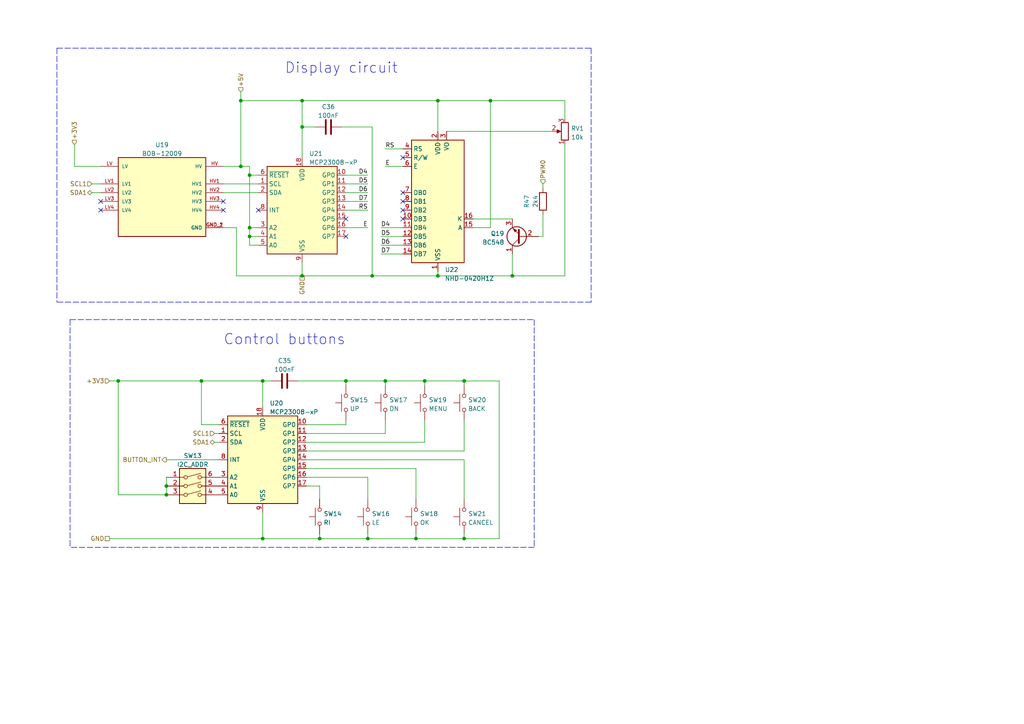
<source format=kicad_sch>
(kicad_sch (version 20211123) (generator eeschema)
  (paper "A4")
  (title_block (title "The Ulysses Board") (date "2022-09-15") (rev "1.3") (company "Dirk Gottschalk") (comment 1 "Control panel") (comment 2 "Schematics") (comment 3 "Draft") (comment 4 "EN") (comment 5 "Tech- dev.") (comment 6 "n/a") (comment 7 "Dirk Gottschalk"))
  (lib_symbols
    (symbol "BOB-12009:BOB-12009" (pin_names (offset 1.016))
      (property "Reference" "U" (at -12.7 11.43 0))
      (property "Value" "BOB-12009" (at -12.7 -15.24 0))
      (symbol "BOB-12009_0_0"
        (rectangle (start -12.7 -12.7) (end 12.7 10.16) (stroke (width 0.254)) (fill (type background)))
        (pin power_in line (at 17.78 -10.16 180) (length 5.08) (name "GND") (number "GND_1"))
        (pin power_in line (at 17.78 -10.16 180) (length 5.08) (name "GND") (number "GND_2"))
        (pin bidirectional line (at 17.78 7.62 180) (length 5.08) (name "HV") (number "HV"))
        (pin bidirectional line (at 17.78 2.54 180) (length 5.08) (name "HV1") (number "HV1"))
        (pin bidirectional line (at 17.78 0 180) (length 5.08) (name "HV2") (number "HV2"))
        (pin bidirectional line (at 17.78 -2.54 180) (length 5.08) (name "HV3") (number "HV3"))
        (pin bidirectional line (at 17.78 -5.08 180) (length 5.08) (name "HV4") (number "HV4"))
        (pin bidirectional line (at -17.78 7.62 0) (length 5.08) (name "LV") (number "LV"))
        (pin bidirectional line (at -17.78 2.54 0) (length 5.08) (name "LV1") (number "LV1"))
        (pin bidirectional line (at -17.78 0 0) (length 5.08) (name "LV2") (number "LV2"))
        (pin bidirectional line (at -17.78 -2.54 0) (length 5.08) (name "LV3") (number "LV3"))
        (pin bidirectional line (at -17.78 -5.08 0) (length 5.08) (name "LV4") (number "LV4"))
      )
    )
    (symbol "Device:C" (pin_numbers hide) (pin_names (offset 0.254))
      (property "Reference" "C" (at 0.635 2.54 0))
      (property "Value" "C" (at 0.635 -2.54 0))
      (symbol "C_0_1"
        (polyline (pts (xy -2.032 -0.762) (xy 2.032 -0.762)) (stroke (width 0.508)))
        (polyline (pts (xy -2.032 0.762) (xy 2.032 0.762)) (stroke (width 0.508)))
      )
      (symbol "C_1_1"
        (pin passive line (at 0 3.81 270) (length 2.794) (name "~") (number "1"))
        (pin passive line (at 0 -3.81 90) (length 2.794) (name "~") (number "2"))
      )
    )
    (symbol "Device:R" (pin_numbers hide) (pin_names (offset 0))
      (property "Reference" "R" (at 2.032 0 90))
      (property "Value" "R" (at 0 0 90))
      (symbol "R_0_1"
        (rectangle (start -1.016 -2.54) (end 1.016 2.54) (stroke (width 0.254)))
      )
      (symbol "R_1_1"
        (pin passive line (at 0 3.81 270) (length 1.27) (name "~") (number "1"))
        (pin passive line (at 0 -3.81 90) (length 1.27) (name "~") (number "2"))
      )
    )
    (symbol "Device:R_Potentiometer" (pin_names (offset 1.016) hide)
      (property "Reference" "RV" (at -4.445 0 90))
      (property "Value" "R_Potentiometer" (at -2.54 0 90))
      (symbol "R_Potentiometer_0_1"
        (polyline (pts (xy 2.54 0) (xy 1.524 0)))
        (polyline (pts (xy 1.143 0) (xy 2.286 0.508) (xy 2.286 -0.508) (xy 1.143 0)) (fill (type outline)))
        (rectangle (start 1.016 2.54) (end -1.016 -2.54) (stroke (width 0.254)))
      )
      (symbol "R_Potentiometer_1_1"
        (pin passive line (at 0 3.81 270) (length 1.27) (name "1") (number "1"))
        (pin passive line (at 3.81 0 180) (length 1.27) (name "2") (number "2"))
        (pin passive line (at 0 -3.81 90) (length 1.27) (name "3") (number "3"))
      )
    )
    (symbol "Display_Character:NHD-0420H1Z"
      (property "Reference" "U" (at -6.35 19.05 0))
      (property "Value" "NHD-0420H1Z" (at 5.08 19.05 0))
      (symbol "NHD-0420H1Z_0_1"
        (rectangle (start -7.62 17.78) (end 7.62 -17.78) (stroke (width 0.254)) (fill (type background)))
      )
      (symbol "NHD-0420H1Z_1_1"
        (pin power_in line (at 0 -20.32 90) (length 2.54) (name "VSS") (number "1"))
        (pin bidirectional line (at -10.16 -5.08 0) (length 2.54) (name "DB3") (number "10"))
        (pin bidirectional line (at -10.16 -7.62 0) (length 2.54) (name "DB4") (number "11"))
        (pin bidirectional line (at -10.16 -10.16 0) (length 2.54) (name "DB5") (number "12"))
        (pin bidirectional line (at -10.16 -12.7 0) (length 2.54) (name "DB6") (number "13"))
        (pin bidirectional line (at -10.16 -15.24 0) (length 2.54) (name "DB7") (number "14"))
        (pin passive line (at 10.16 -7.62 180) (length 2.54) (name "A") (number "15"))
        (pin passive line (at 10.16 -5.08 180) (length 2.54) (name "K") (number "16"))
        (pin power_in line (at 0 20.32 270) (length 2.54) (name "VDD") (number "2"))
        (pin power_in line (at 2.54 20.32 270) (length 2.54) (name "VO") (number "3"))
        (pin input line (at -10.16 15.24 0) (length 2.54) (name "RS") (number "4"))
        (pin input line (at -10.16 12.7 0) (length 2.54) (name "R/W") (number "5"))
        (pin input line (at -10.16 10.16 0) (length 2.54) (name "E") (number "6"))
        (pin bidirectional line (at -10.16 2.54 0) (length 2.54) (name "DB0") (number "7"))
        (pin bidirectional line (at -10.16 0 0) (length 2.54) (name "DB1") (number "8"))
        (pin bidirectional line (at -10.16 -2.54 0) (length 2.54) (name "DB2") (number "9"))
      )
    )
    (symbol "Interface_Expansion:MCP23008-xP"
      (property "Reference" "U" (at -8.89 13.97 0))
      (property "Value" "MCP23008-xP" (at 8.89 13.97 0))
      (symbol "MCP23008-xP_0_1"
        (rectangle (start -10.16 12.7) (end 10.16 -12.7) (stroke (width 0.254)) (fill (type background)))
      )
      (symbol "MCP23008-xP_1_1"
        (pin input line (at -12.7 7.62 0) (length 2.54) (name "SCL") (number "1"))
        (pin bidirectional line (at 12.7 10.16 180) (length 2.54) (name "GP0") (number "10"))
        (pin bidirectional line (at 12.7 7.62 180) (length 2.54) (name "GP1") (number "11"))
        (pin bidirectional line (at 12.7 5.08 180) (length 2.54) (name "GP2") (number "12"))
        (pin bidirectional line (at 12.7 2.54 180) (length 2.54) (name "GP3") (number "13"))
        (pin bidirectional line (at 12.7 0 180) (length 2.54) (name "GP4") (number "14"))
        (pin bidirectional line (at 12.7 -2.54 180) (length 2.54) (name "GP5") (number "15"))
        (pin bidirectional line (at 12.7 -5.08 180) (length 2.54) (name "GP6") (number "16"))
        (pin bidirectional line (at 12.7 -7.62 180) (length 2.54) (name "GP7") (number "17"))
        (pin power_in line (at 0 15.24 270) (length 2.54) (name "VDD") (number "18"))
        (pin bidirectional line (at -12.7 5.08 0) (length 2.54) (name "SDA") (number "2"))
        (pin input line (at -12.7 -5.08 0) (length 2.54) (name "A2") (number "3"))
        (pin input line (at -12.7 -7.62 0) (length 2.54) (name "A1") (number "4"))
        (pin input line (at -12.7 -10.16 0) (length 2.54) (name "A0") (number "5"))
        (pin input line (at -12.7 10.16 0) (length 2.54) (name "~{RESET}") (number "6"))
        (pin no_connect line (at -10.16 -2.54 0) (length 2.54) hide (name "NC") (number "7"))
        (pin output line (at -12.7 0 0) (length 2.54) (name "INT") (number "8"))
        (pin power_in line (at 0 -15.24 90) (length 2.54) (name "VSS") (number "9"))
      )
    )
    (symbol "Switch:SW_DIP_x03" (pin_names (offset 0) hide)
      (property "Reference" "SW" (at 0 8.89 0))
      (property "Value" "SW_DIP_x03" (at 0 -3.81 0))
      (symbol "SW_DIP_x03_0_0"
        (circle (center -2.032 0) (radius 0.508))
        (circle (center -2.032 2.54) (radius 0.508))
        (circle (center -2.032 5.08) (radius 0.508))
        (polyline (pts (xy -1.524 0.127) (xy 2.3622 1.1684)))
        (polyline (pts (xy -1.524 2.667) (xy 2.3622 3.7084)))
        (polyline (pts (xy -1.524 5.207) (xy 2.3622 6.2484)))
        (circle (center 2.032 0) (radius 0.508))
        (circle (center 2.032 2.54) (radius 0.508))
        (circle (center 2.032 5.08) (radius 0.508))
      )
      (symbol "SW_DIP_x03_0_1"
        (rectangle (start -3.81 7.62) (end 3.81 -2.54) (stroke (width 0.254)) (fill (type background)))
      )
      (symbol "SW_DIP_x03_1_1"
        (pin passive line (at -7.62 5.08 0) (length 5.08) (name "~") (number "1"))
        (pin passive line (at -7.62 2.54 0) (length 5.08) (name "~") (number "2"))
        (pin passive line (at -7.62 0 0) (length 5.08) (name "~") (number "3"))
        (pin passive line (at 7.62 0 180) (length 5.08) (name "~") (number "4"))
        (pin passive line (at 7.62 2.54 180) (length 5.08) (name "~") (number "5"))
        (pin passive line (at 7.62 5.08 180) (length 5.08) (name "~") (number "6"))
      )
    )
    (symbol "Switch:SW_Push" (pin_numbers hide) (pin_names (offset 1.016) hide)
      (property "Reference" "SW" (at 1.27 2.54 0))
      (property "Value" "SW_Push" (at 0 -1.524 0))
      (symbol "SW_Push_0_1"
        (circle (center -2.032 0) (radius 0.508))
        (polyline (pts (xy 0 1.27) (xy 0 3.048)))
        (polyline (pts (xy 2.54 1.27) (xy -2.54 1.27)))
        (circle (center 2.032 0) (radius 0.508))
        (pin passive line (at -5.08 0 0) (length 2.54) (name "1") (number "1"))
        (pin passive line (at 5.08 0 180) (length 2.54) (name "2") (number "2"))
      )
    )
    (symbol "Transistor_BJT:BC548" (pin_names (offset 0) hide)
      (property "Reference" "Q" (at 5.08 1.905 0))
      (property "Value" "BC548" (at 5.08 0 0))
      (symbol "BC548_0_1"
        (polyline (pts (xy 0 0) (xy 0.635 0)))
        (polyline (pts (xy 0.635 0.635) (xy 2.54 2.54)))
        (polyline (pts (xy 0.635 -0.635) (xy 2.54 -2.54) (xy 2.54 -2.54)))
        (polyline (pts (xy 0.635 1.905) (xy 0.635 -1.905) (xy 0.635 -1.905)) (stroke (width 0.508)))
        (polyline (pts (xy 1.27 -1.778) (xy 1.778 -1.27) (xy 2.286 -2.286) (xy 1.27 -1.778) (xy 1.27 -1.778)) (fill (type outline)))
        (circle (center 1.27 0) (radius 2.8194) (stroke (width 0.254)))
      )
      (symbol "BC548_1_1"
        (pin passive line (at 2.54 5.08 270) (length 2.54) (name "C") (number "1"))
        (pin input line (at -5.08 0 0) (length 5.08) (name "B") (number "2"))
        (pin passive line (at 2.54 -5.08 90) (length 2.54) (name "E") (number "3"))
      )
    )
  )
  (junction (at 111.76 110.49))
  (junction (at 142.24 29.21))
  (junction (at 87.63 80.01))
  (junction (at 87.63 29.21))
  (junction (at 120.65 156.21))
  (junction (at 72.39 68.58))
  (junction (at 58.42 110.49))
  (junction (at 76.2 156.21))
  (junction (at 72.39 50.8))
  (junction (at 92.71 156.21))
  (junction (at 107.95 80.01))
  (junction (at 106.68 156.21))
  (junction (at 76.2 110.49))
  (junction (at 48.26 143.51))
  (junction (at 48.26 140.97))
  (junction (at 87.63 36.83))
  (junction (at 69.85 29.21))
  (junction (at 100.33 110.49))
  (junction (at 148.59 80.01))
  (junction (at 69.85 48.26))
  (junction (at 134.62 156.21))
  (junction (at 72.39 66.04))
  (junction (at 34.29 110.49))
  (junction (at 127 29.21))
  (junction (at 123.19 110.49))
  (junction (at 134.62 110.49))
  (junction (at 127 80.01))
  (no_connect (at 74.93 60.96))
  (no_connect (at 100.33 63.5))
  (no_connect (at 100.33 68.58))
  (no_connect (at 116.84 55.88))
  (no_connect (at 116.84 60.96))
  (no_connect (at 116.84 58.42))
  (no_connect (at 116.84 45.72))
  (no_connect (at 116.84 63.5))
  (no_connect (at 64.77 60.96))
  (no_connect (at 64.77 58.42))
  (no_connect (at 29.21 58.42))
  (no_connect (at 29.21 60.96))
  (wire (pts (xy 144.78 110.49) (xy 144.78 156.21)))
  (wire (pts (xy 88.9 123.19) (xy 100.33 123.19)))
  (wire (pts (xy 129.54 38.1) (xy 160.02 38.1)))
  (wire (pts (xy 100.33 66.04) (xy 106.68 66.04)))
  (wire (pts (xy 72.39 71.12) (xy 74.93 71.12)))
  (wire (pts (xy 34.29 110.49) (xy 58.42 110.49)))
  (wire (pts (xy 87.63 80.01) (xy 107.95 80.01)))
  (wire (pts (xy 107.95 80.01) (xy 127 80.01)))
  (wire (pts (xy 106.68 138.43) (xy 106.68 144.78)))
  (wire (pts (xy 76.2 110.49) (xy 76.2 118.11)))
  (wire (pts (xy 87.63 80.01) (xy 87.63 76.2)))
  (wire (pts (xy 64.77 53.34) (xy 74.93 53.34)))
  (wire (pts (xy 92.71 154.94) (xy 92.71 156.21)))
  (wire (pts (xy 69.85 26.67) (xy 69.85 29.21)))
  (wire (pts (xy 87.63 29.21) (xy 87.63 36.83)))
  (wire (pts (xy 127 78.74) (xy 127 80.01)))
  (wire (pts (xy 100.33 55.88) (xy 106.68 55.88)))
  (wire (pts (xy 74.93 50.8) (xy 72.39 50.8)))
  (polyline (pts (xy 171.45 13.97) (xy 171.45 87.63)))
  (wire (pts (xy 88.9 130.81) (xy 134.62 130.81)))
  (wire (pts (xy 68.58 80.01) (xy 87.63 80.01)))
  (wire (pts (xy 111.76 110.49) (xy 123.19 110.49)))
  (wire (pts (xy 100.33 110.49) (xy 111.76 110.49)))
  (wire (pts (xy 64.77 55.88) (xy 74.93 55.88)))
  (wire (pts (xy 21.59 48.26) (xy 29.21 48.26)))
  (wire (pts (xy 86.36 110.49) (xy 100.33 110.49)))
  (wire (pts (xy 134.62 156.21) (xy 144.78 156.21)))
  (wire (pts (xy 134.62 110.49) (xy 134.62 111.76)))
  (wire (pts (xy 156.21 68.58) (xy 157.48 68.58)))
  (wire (pts (xy 48.26 133.35) (xy 63.5 133.35)))
  (wire (pts (xy 34.29 143.51) (xy 34.29 110.49)))
  (wire (pts (xy 127 80.01) (xy 148.59 80.01)))
  (polyline (pts (xy 20.32 92.71) (xy 20.32 158.75)))
  (wire (pts (xy 88.9 135.89) (xy 120.65 135.89)))
  (wire (pts (xy 127 38.1) (xy 127 29.21)))
  (wire (pts (xy 127 29.21) (xy 87.63 29.21)))
  (wire (pts (xy 76.2 110.49) (xy 58.42 110.49)))
  (wire (pts (xy 76.2 110.49) (xy 78.74 110.49)))
  (wire (pts (xy 148.59 80.01) (xy 163.83 80.01)))
  (wire (pts (xy 58.42 123.19) (xy 63.5 123.19)))
  (wire (pts (xy 137.16 66.04) (xy 142.24 66.04)))
  (wire (pts (xy 48.26 140.97) (xy 48.26 143.51)))
  (wire (pts (xy 48.26 143.51) (xy 34.29 143.51)))
  (polyline (pts (xy 16.51 13.97) (xy 16.51 87.63)))
  (polyline (pts (xy 16.51 13.97) (xy 171.45 13.97)))
  (polyline (pts (xy 20.32 92.71) (xy 154.94 92.71)))
  (wire (pts (xy 134.62 133.35) (xy 134.62 144.78)))
  (wire (pts (xy 106.68 154.94) (xy 106.68 156.21)))
  (wire (pts (xy 88.9 133.35) (xy 134.62 133.35)))
  (wire (pts (xy 100.33 60.96) (xy 106.68 60.96)))
  (wire (pts (xy 69.85 48.26) (xy 72.39 48.26)))
  (wire (pts (xy 68.58 80.01) (xy 68.58 66.04)))
  (wire (pts (xy 163.83 29.21) (xy 163.83 34.29)))
  (wire (pts (xy 76.2 148.59) (xy 76.2 156.21)))
  (wire (pts (xy 100.33 50.8) (xy 106.68 50.8)))
  (wire (pts (xy 100.33 110.49) (xy 100.33 111.76)))
  (wire (pts (xy 110.49 66.04) (xy 116.84 66.04)))
  (wire (pts (xy 120.65 156.21) (xy 134.62 156.21)))
  (wire (pts (xy 134.62 154.94) (xy 134.62 156.21)))
  (wire (pts (xy 64.77 48.26) (xy 69.85 48.26)))
  (wire (pts (xy 110.49 71.12) (xy 116.84 71.12)))
  (polyline (pts (xy 154.94 92.71) (xy 154.94 158.75)))
  (wire (pts (xy 69.85 29.21) (xy 69.85 48.26)))
  (wire (pts (xy 100.33 58.42) (xy 106.68 58.42)))
  (wire (pts (xy 110.49 73.66) (xy 116.84 73.66)))
  (wire (pts (xy 72.39 50.8) (xy 72.39 66.04)))
  (wire (pts (xy 74.93 66.04) (xy 72.39 66.04)))
  (wire (pts (xy 99.06 36.83) (xy 107.95 36.83)))
  (wire (pts (xy 127 29.21) (xy 142.24 29.21)))
  (wire (pts (xy 31.75 110.49) (xy 34.29 110.49)))
  (wire (pts (xy 87.63 36.83) (xy 87.63 45.72)))
  (wire (pts (xy 163.83 41.91) (xy 163.83 80.01)))
  (wire (pts (xy 120.65 154.94) (xy 120.65 156.21)))
  (wire (pts (xy 157.48 68.58) (xy 157.48 62.23)))
  (wire (pts (xy 72.39 68.58) (xy 74.93 68.58)))
  (wire (pts (xy 88.9 140.97) (xy 92.71 140.97)))
  (wire (pts (xy 148.59 73.66) (xy 148.59 80.01)))
  (wire (pts (xy 26.67 55.88) (xy 29.21 55.88)))
  (wire (pts (xy 123.19 110.49) (xy 123.19 111.76)))
  (wire (pts (xy 92.71 144.78) (xy 92.71 140.97)))
  (wire (pts (xy 137.16 63.5) (xy 148.59 63.5)))
  (wire (pts (xy 88.9 125.73) (xy 111.76 125.73)))
  (wire (pts (xy 120.65 135.89) (xy 120.65 144.78)))
  (wire (pts (xy 87.63 36.83) (xy 91.44 36.83)))
  (wire (pts (xy 88.9 128.27) (xy 123.19 128.27)))
  (wire (pts (xy 64.77 66.04) (xy 68.58 66.04)))
  (wire (pts (xy 142.24 29.21) (xy 163.83 29.21)))
  (wire (pts (xy 69.85 29.21) (xy 87.63 29.21)))
  (wire (pts (xy 58.42 110.49) (xy 58.42 123.19)))
  (wire (pts (xy 92.71 156.21) (xy 106.68 156.21)))
  (wire (pts (xy 31.75 156.21) (xy 76.2 156.21)))
  (wire (pts (xy 134.62 121.92) (xy 134.62 130.81)))
  (wire (pts (xy 100.33 53.34) (xy 106.68 53.34)))
  (wire (pts (xy 142.24 66.04) (xy 142.24 29.21)))
  (wire (pts (xy 21.59 41.91) (xy 21.59 48.26)))
  (wire (pts (xy 123.19 121.92) (xy 123.19 128.27)))
  (polyline (pts (xy 154.94 158.75) (xy 20.32 158.75)))
  (wire (pts (xy 111.76 48.26) (xy 116.84 48.26)))
  (polyline (pts (xy 171.45 87.63) (xy 16.51 87.63)))
  (wire (pts (xy 106.68 156.21) (xy 120.65 156.21)))
  (wire (pts (xy 76.2 156.21) (xy 92.71 156.21)))
  (wire (pts (xy 72.39 66.04) (xy 72.39 68.58)))
  (wire (pts (xy 100.33 121.92) (xy 100.33 123.19)))
  (wire (pts (xy 111.76 125.73) (xy 111.76 121.92)))
  (wire (pts (xy 110.49 68.58) (xy 116.84 68.58)))
  (wire (pts (xy 48.26 138.43) (xy 48.26 140.97)))
  (wire (pts (xy 62.23 125.73) (xy 63.5 125.73)))
  (wire (pts (xy 72.39 48.26) (xy 72.39 50.8)))
  (wire (pts (xy 88.9 138.43) (xy 106.68 138.43)))
  (wire (pts (xy 72.39 68.58) (xy 72.39 71.12)))
  (wire (pts (xy 26.67 53.34) (xy 29.21 53.34)))
  (wire (pts (xy 111.76 43.18) (xy 116.84 43.18)))
  (wire (pts (xy 62.23 128.27) (xy 63.5 128.27)))
  (wire (pts (xy 157.48 53.34) (xy 157.48 54.61)))
  (wire (pts (xy 123.19 110.49) (xy 134.62 110.49)))
  (wire (pts (xy 111.76 110.49) (xy 111.76 111.76)))
  (wire (pts (xy 107.95 36.83) (xy 107.95 80.01)))
  (wire (pts (xy 134.62 110.49) (xy 144.78 110.49)))
  (text "Display circuit" (at 82.55 21.59 0) (effects (font (size 3 3)) (justify left bottom)))
  (text "Control buttons" (at 64.77 100.33 0) (effects (font (size 3 3)) (justify left bottom)))
  (label "D5" (at 106.68 53.34 180))
  (label "RS" (at 111.76 43.18 0))
  (label "D6" (at 110.49 71.12 0))
  (label "D7" (at 110.49 73.66 0))
  (label "D6" (at 106.68 55.88 180))
  (label "E" (at 106.68 66.04 180))
  (label "D4" (at 106.68 50.8 180))
  (label "E" (at 111.76 48.26 0))
  (label "D7" (at 106.68 58.42 180))
  (label "RS" (at 106.68 60.96 180))
  (label "D5" (at 110.49 68.58 0))
  (label "D4" (at 110.49 66.04 0))
  (hierarchical_label "GND" (shape passive) (at 87.63 80.01 270))
  (hierarchical_label "GND" (shape passive) (at 31.75 156.21 180))
  (hierarchical_label "BUTTON_INT" (shape output) (at 48.26 133.35 180))
  (hierarchical_label "+3V3" (shape input) (at 31.75 110.49 180))
  (hierarchical_label "SCL1" (shape input) (at 26.67 53.34 180))
  (hierarchical_label "SDA1" (shape bidirectional) (at 62.23 128.27 180))
  (hierarchical_label "SDA1" (shape bidirectional) (at 26.67 55.88 180))
  (hierarchical_label "SCL1" (shape input) (at 62.23 125.73 180))
  (hierarchical_label "PWM0" (shape input) (at 157.48 53.34 90))
  (hierarchical_label "+3V3" (shape input) (at 21.59 41.91 90))
  (hierarchical_label "+5V" (shape input) (at 69.85 26.67 90))
  (symbol (lib_id "Switch:SW_Push") (at 111.76 116.84 90) (unit 1)
    (property "Reference" "SW17" (at 112.903 116.0053 90) (effects (justify right)))
    (property "Value" "DN" (at 112.903 118.5422 90) (effects (justify right)))
    (property "Footprint" "Button_Switch_THT:SW_PUSH_6mm" (effects hide))
  )
  (symbol (lib_id "Switch:SW_DIP_x03") (at 55.88 143.51 0) (unit 1)
    (property "Reference" "SW13" (at 55.88 132.1902 0))
    (property "Value" "I2C_ADDR" (at 55.88 134.7271 0))
    (property "Footprint" "Button_Switch_THT:SW_DIP_SPSTx03_Slide_9.78x9.8mm_W7.62mm_P2.54mm" (effects hide))
  )
  (symbol (lib_id "Switch:SW_Push") (at 100.33 116.84 90) (unit 1)
    (property "Reference" "SW15" (at 101.473 116.0053 90) (effects (justify right)))
    (property "Value" "UP" (at 101.473 118.5422 90) (effects (justify right)))
    (property "Footprint" "Button_Switch_THT:SW_PUSH_6mm" (effects hide))
  )
  (symbol (lib_id "Display_Character:NHD-0420H1Z") (at 127 58.42 0) (unit 1)
    (property "Reference" "U22" (at 129.0194 78.2304 0) (effects (justify left)))
    (property "Value" "NHD-0420H1Z" (at 129.0194 80.7673 0) (effects (justify left)))
    (property "Footprint" "Display:NHD-0420H1Z" (effects hide))
    (property "Datasheet" "http://www.newhavendisplay.com/specs/NHD-0420H1Z-FSW-GBW-33V3.pdf" (effects hide))
  )
  (symbol (lib_id "Device:R_Potentiometer") (at 163.83 38.1 180) (unit 1)
    (property "Reference" "RV1" (at 165.608 37.2653 0) (effects (justify right)))
    (property "Value" "10k" (at 165.608 39.8022 0) (effects (justify right)))
    (property "Footprint" "Potentiometer_THT:Potentiometer_Vishay_T7-YA_Single_Vertical" (effects hide))
  )
  (symbol (lib_id "Device:R") (at 157.48 58.42 0) (mirror y) (unit 1)
    (property "Reference" "R47" (at 152.7642 58.42 90))
    (property "Value" "2k4" (at 155.3011 58.42 90))
    (property "Footprint" "Resistor_THT:R_Axial_DIN0516_L15.5mm_D5.0mm_P7.62mm_Vertical" (effects hide))
  )
  (symbol (lib_id "Device:C") (at 82.55 110.49 90) (unit 1)
    (property "Reference" "C35" (at 82.55 104.6312 90))
    (property "Value" "100nF" (at 82.55 107.1681 90))
    (property "Footprint" "Capacitor_THT:C_Disc_D5.0mm_W2.5mm_P5.00mm" (effects hide))
  )
  (symbol (lib_id "Device:C") (at 95.25 36.83 90) (unit 1)
    (property "Reference" "C36" (at 95.25 30.9712 90))
    (property "Value" "100nF" (at 95.25 33.5081 90))
    (property "Footprint" "Capacitor_THT:C_Disc_D5.0mm_W2.5mm_P5.00mm" (effects hide))
  )
  (symbol (lib_id "Switch:SW_Push") (at 134.62 116.84 90) (unit 1)
    (property "Reference" "SW20" (at 135.763 116.0053 90) (effects (justify right)))
    (property "Value" "BACK" (at 135.763 118.5422 90) (effects (justify right)))
    (property "Footprint" "Button_Switch_THT:SW_PUSH_6mm" (effects hide))
  )
  (symbol (lib_id "Interface_Expansion:MCP23008-xP") (at 76.2 133.35 0) (unit 1)
    (property "Reference" "U20" (at 78.2194 116.9502 0) (effects (justify left)))
    (property "Value" "MCP23008-xP" (at 78.2194 119.4871 0) (effects (justify left)))
    (property "Footprint" "Package_DIP:DIP-18_W7.62mm" (effects hide))
    (property "Datasheet" "http://ww1.microchip.com/downloads/en/DeviceDoc/MCP23008-MCP23S08-Data-Sheet-20001919F.pdf" (effects hide))
  )
  (symbol (lib_id "Transistor_BJT:BC548") (at 151.13 68.58 180) (unit 1)
    (property "Reference" "Q19" (at 146.2786 67.7453 0) (effects (justify left)))
    (property "Value" "BC548" (at 146.2786 70.2822 0) (effects (justify left)))
    (property "Footprint" "Package_TO_SOT_THT:TO-92_Inline" (effects hide))
    (property "Datasheet" "https://www.onsemi.com/pub/Collateral/BC550-D.pdf" (effects hide))
  )
  (symbol (lib_id "Switch:SW_Push") (at 123.19 116.84 90) (unit 1)
    (property "Reference" "SW19" (at 124.333 116.0053 90) (effects (justify right)))
    (property "Value" "MENU" (at 124.333 118.5422 90) (effects (justify right)))
    (property "Footprint" "Button_Switch_THT:SW_PUSH_6mm" (effects hide))
  )
  (symbol (lib_id "Switch:SW_Push") (at 106.68 149.86 90) (unit 1)
    (property "Reference" "SW16" (at 107.823 149.0253 90) (effects (justify right)))
    (property "Value" "LE" (at 107.823 151.5622 90) (effects (justify right)))
    (property "Footprint" "Button_Switch_THT:SW_PUSH_6mm" (effects hide))
  )
  (symbol (lib_id "Interface_Expansion:MCP23008-xP") (at 87.63 60.96 0) (unit 1)
    (property "Reference" "U21" (at 89.6494 44.5602 0) (effects (justify left)))
    (property "Value" "MCP23008-xP" (at 89.6494 47.0971 0) (effects (justify left)))
    (property "Footprint" "Package_DIP:DIP-18_W7.62mm" (effects hide))
    (property "Datasheet" "http://ww1.microchip.com/downloads/en/DeviceDoc/MCP23008-MCP23S08-Data-Sheet-20001919F.pdf" (effects hide))
  )
  (symbol (lib_id "Switch:SW_Push") (at 134.62 149.86 90) (unit 1)
    (property "Reference" "SW21" (at 135.763 149.0253 90) (effects (justify right)))
    (property "Value" "CANCEL" (at 135.763 151.5622 90) (effects (justify right)))
    (property "Footprint" "Button_Switch_THT:SW_PUSH_6mm" (effects hide))
  )
  (symbol (lib_id "BOB-12009:BOB-12009") (at 46.99 55.88 0) (unit 1)
    (property "Reference" "U19" (at 46.99 42.0202 0))
    (property "Value" "BOB-12009" (at 46.99 44.5571 0))
    (property "Footprint" "BOB-12009:CONV_BOB-12009" (effects hide))
    (property "MANUFACTURER" "SparkFun Electronics" (effects hide))
    (property "STANDARD" "Manufacturer Recommendations" (effects hide))
    (property "PARTREV" "01" (effects hide))
    (property "MAXIMUM_PACKAGE_HEIGHT" "N/A" (effects hide))
  )
  (symbol (lib_id "Switch:SW_Push") (at 92.71 149.86 90) (unit 1)
    (property "Reference" "SW14" (at 93.853 149.0253 90) (effects (justify right)))
    (property "Value" "RI" (at 93.853 151.5622 90) (effects (justify right)))
    (property "Footprint" "Button_Switch_THT:SW_PUSH_6mm" (effects hide))
  )
  (symbol (lib_id "Switch:SW_Push") (at 120.65 149.86 90) (unit 1)
    (property "Reference" "SW18" (at 121.793 149.0253 90) (effects (justify right)))
    (property "Value" "OK" (at 121.793 151.5622 90) (effects (justify right)))
    (property "Footprint" "Button_Switch_THT:SW_PUSH_6mm" (effects hide))
  )
)
</source>
